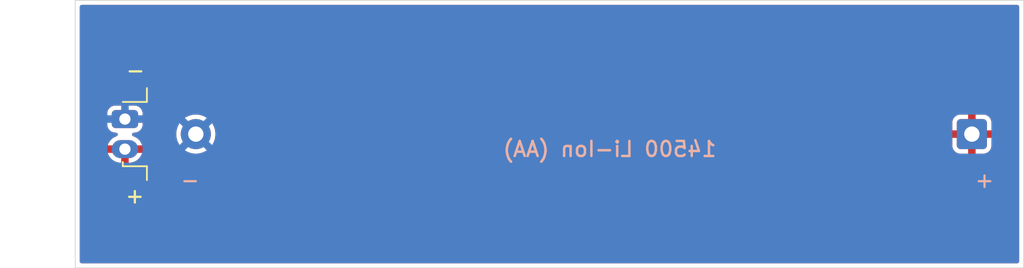
<source format=kicad_pcb>
(kicad_pcb (version 20241229) (generator "pcbnew") (generator_version "9.0")
  (layers (0 "F.Cu" power) (2 "B.Cu" power) (13 "F.Paste" user) (15 "B.Paste" user) (5 "F.SilkS" user "F.Silkscreen") (7 "B.SilkS" user "B.Silkscreen") (1 "F.Mask" user) (3 "B.Mask" user) (25 "Edge.Cuts" user))
  (net 0 "")
  (net 1 "/-")
  (net 2 "/+")
  (footprint "Custom:BatteryHolder_Keystone_2460_1xAA" (layer "F.Cu") (at 186 108.5 180)
    (property "Reference" "BT1" (hide yes))
    (property "Value" "14500 Li-Ion (AA)" (at 24.5 -1 0) (layer "B.SilkS") (effects (font (thickness 0.167) (bold yes)) (justify mirror)))
    (fp_text user "+" (at -0.4 -3.06 0) (layer "B.SilkS") (effects (justify mirror)))
    (fp_text user "-" (at 52.37 -3.06 0) (layer "B.SilkS") (effects (justify mirror)))
    (pad "1" thru_hole roundrect (at 0.44 0) (size 2 2) (drill 1.02) (layers "*.Cu" "*.Mask") (roundrect_rratio 0.125) (net 2 "/+"))
    (pad "2" thru_hole circle (at 51.99 0) (size 2 2) (drill 1.02) (layers "*.Cu" "*.Mask") (net 1 "/-"))
  )
  (footprint "Connector_JST:JST_PH_S2B-PH-K_1x02_P2.00mm_Horizontal" (layer "F.Cu") (at 129.3 107.5 -90)
    (property "Reference" "J1" (hide yes))
    (property "Value" "S2B-PH-K")
    (fp_line (start -1.14 0.14) (end -1.14 -1.46) (stroke (width 0.12)) (layer "F.SilkS"))
    (fp_line (start 3.14 0.14) (end 2.86 0.14) (stroke (width 0.12)) (layer "F.SilkS"))
    (fp_line (start -1.14 -1.46) (end -2.06 -1.46) (stroke (width 0.12)) (layer "F.SilkS"))
    (fp_line (start 3.14 -1.46) (end 3.14 0.14) (stroke (width 0.12)) (layer "F.SilkS"))
    (fp_line (start 4.06 -1.46) (end 3.14 -1.46) (stroke (width 0.12)) (layer "F.SilkS"))
    (pad "1" thru_hole roundrect (at 0 0 270) (size 1.2 1.75) (drill 0.75) (layers "*.Cu" "*.Mask") (roundrect_rratio 0.208333) (net 1 "/-"))
    (pad "2" thru_hole oval (at 2 0 270) (size 1.2 1.75) (drill 0.75) (layers "*.Cu" "*.Mask") (net 2 "/+"))
  )
  (gr_rect (start 126 99.6) (end 189 117.4) (stroke (width 0.05)) (fill no) (layer "Edge.Cuts"))
  (gr_text "+" (at 129.96 112.6 0) (layer "F.SilkS") (effects (font (size 1 1))))
  (gr_text "-" (at 130 104.25 0) (layer "F.SilkS") (effects (font (size 1 1))))
  (zone (net 2) (net_name "/+") (layer "F.Cu") (connect_pads (clearance 0.3)) (min_thickness 0.25) (fill yes (thermal_gap 0.3) (thermal_bridge_width 0.5))
    (polygon (pts (xy 126 99.6) (xy 189 99.6) (xy 189 117.4) (xy 126 117.4)))
  )
  (zone (net 1) (net_name "/-") (layer "B.Cu") (priority 1) (connect_pads (clearance 0.3)) (min_thickness 0.25) (fill yes (thermal_gap 0.3) (thermal_bridge_width 0.5))
    (polygon (pts (xy 126 99.6) (xy 189 99.6) (xy 189 117.4) (xy 126 117.4)))
  )
)
</source>
